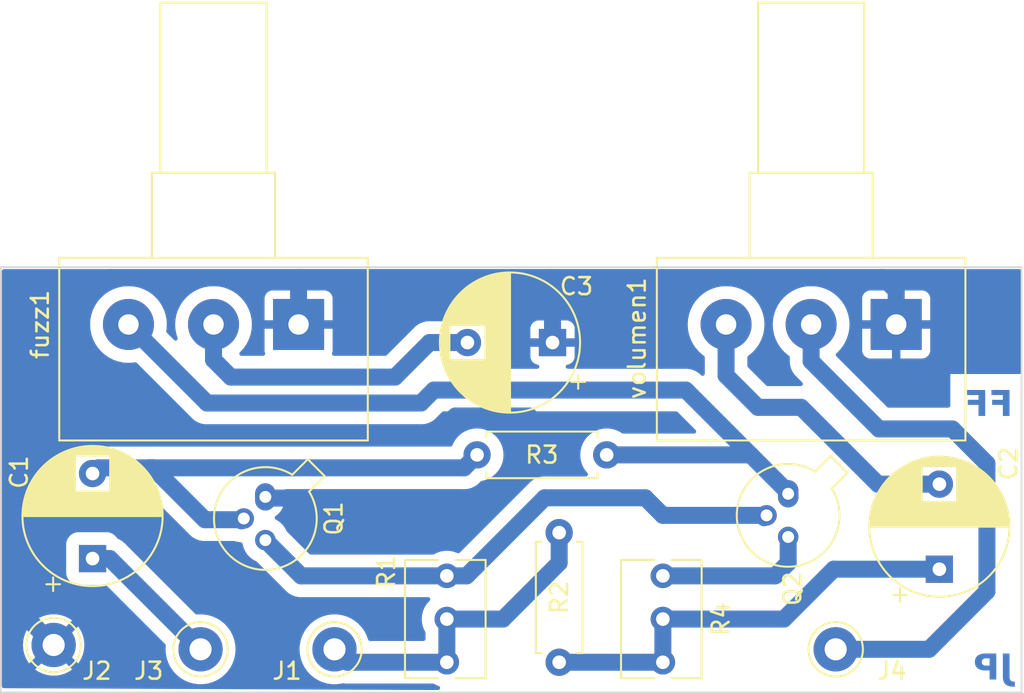
<source format=kicad_pcb>
(kicad_pcb (version 20221018) (generator pcbnew)
  (layers (0 "F.Cu" signal) (31 "B.Cu" signal) (34 "B.Paste" user) (35 "F.Paste" user) (36 "B.SilkS" user "B.Silkscreen") (37 "F.SilkS" user "F.Silkscreen") (38 "B.Mask" user) (39 "F.Mask" user) (44 "Edge.Cuts" user))
  (net 0 "")
  (net 1 "Net-(J3-Pin_1)")
  (net 2 "Net-(Q1-B)")
  (net 3 "Net-(C2-Pad1)")
  (net 4 "Net-(C2-Pad2)")
  (net 5 "GND")
  (net 6 "Net-(C3-Pad2)")
  (net 7 "Net-(Q2-E)")
  (net 8 "Net-(J1-Pin_1)")
  (net 9 "Net-(J4-Pin_1)")
  (net 10 "Net-(Q1-C)")
  (net 11 "Net-(Q2-C)")
  (footprint "Connector_Pin:Pin_D1.3mm_L11.0mm" (layer "F.Cu") (at 180.34 86.868)
    (fp_text reference "J3" (at -3.048 1.27) (layer "F.SilkS"))
    (fp_text value "in")
    (pad "1" thru_hole circle (at 0 0) (size 2.6 2.6) (drill 1.3) (layers "*.Cu" "*.Mask") (net 1 "Net-(J3-Pin_1)"))
  )
  (footprint "Package_TO_SOT_THT:TO-18-3" (layer "F.Cu") (at 214.884 77.724 -90)
    (fp_text reference "Q2" (at 5.588 -0.254 90) (layer "F.SilkS"))
    (fp_text value "BC108")
    (pad "1" thru_hole oval (at 0 0 270) (size 1.6 1.2) (drill 0.7) (layers "*.Cu" "*.Mask") (net 7 "Net-(Q2-E)"))
    (pad "2" thru_hole oval (at 1.27 1.27 270) (size 1.2 1.2) (drill 0.7) (layers "*.Cu" "*.Mask") (net 10 "Net-(Q1-C)"))
    (pad "3" thru_hole oval (at 2.54 0 270) (size 1.2 1.2) (drill 0.7) (layers "*.Cu" "*.Mask") (net 11 "Net-(Q2-C)"))
  )
  (footprint "Package_TO_SOT_THT:TO-18-3" (layer "F.Cu") (at 184.15 77.908724 -90)
    (fp_text reference "Q1" (at 1.27 -4.02 90) (layer "F.SilkS"))
    (fp_text value "BC108")
    (pad "1" thru_hole oval (at 0 0 270) (size 1.6 1.2) (drill 0.7) (layers "*.Cu" "*.Mask") (net 5 "GND"))
    (pad "2" thru_hole oval (at 1.27 1.27 270) (size 1.2 1.2) (drill 0.7) (layers "*.Cu" "*.Mask") (net 2 "Net-(Q1-B)"))
    (pad "3" thru_hole oval (at 2.54 0 270) (size 1.2 1.2) (drill 0.7) (layers "*.Cu" "*.Mask") (net 10 "Net-(Q1-C)"))
  )
  (footprint "Resistor_THT:R_Axial_DIN0207_L6.3mm_D2.5mm_P7.62mm_Horizontal" (layer "F.Cu") (at 196.596 75.438)
    (fp_text reference "R3" (at 3.81 0) (layer "F.SilkS"))
    (fp_text value "100k")
    (pad "1" thru_hole circle (at 0 0) (size 1.6 1.6) (drill 0.8) (layers "*.Cu" "*.Mask") (net 2 "Net-(Q1-B)"))
    (pad "2" thru_hole oval (at 7.62 0) (size 1.6 1.6) (drill 0.8) (layers "*.Cu" "*.Mask") (net 7 "Net-(Q2-E)"))
  )
  (footprint "Connector_Pin:Pin_D1.3mm_L11.0mm" (layer "F.Cu") (at 171.704 86.614)
    (fp_text reference "J2" (at 2.54 1.524) (layer "F.SilkS"))
    (fp_text value "v2")
    (pad "1" thru_hole circle (at 0 0) (size 2.6 2.6) (drill 1.3) (layers "*.Cu" "*.Mask") (net 5 "GND"))
  )
  (footprint "Potentiometer_THT:Potentiometer_Alps_RK163_Single_Horizontal" (layer "F.Cu") (at 221.234 67.772 -90)
    (fp_text reference "volumen1" (at 0.808 15.24 90) (layer "F.SilkS"))
    (fp_text value "500k")
    (pad "1" thru_hole rect (at 0 0 90) (size 3 3) (drill 1.2) (layers "*.Cu" "*.Mask") (net 5 "GND"))
    (pad "2" thru_hole circle (at 0 5 90) (size 3 3) (drill 1.2) (layers "*.Cu" "*.Mask") (net 9 "Net-(J4-Pin_1)"))
    (pad "3" thru_hole circle (at 0 10 90) (size 3 3) (drill 1.2) (layers "*.Cu" "*.Mask") (net 4 "Net-(C2-Pad2)"))
  )
  (footprint "Capacitor_THT:CP_Radial_D8.0mm_P5.00mm" (layer "F.Cu") (at 173.99 81.534 90)
    (fp_text reference "C1" (at 5.08 -4.318 90) (layer "F.SilkS"))
    (fp_text value "2.2uF")
    (pad "1" thru_hole rect (at 0 0 90) (size 1.6 1.6) (drill 0.8) (layers "*.Cu" "*.Mask") (net 1 "Net-(J3-Pin_1)"))
    (pad "2" thru_hole circle (at 5 0 90) (size 1.6 1.6) (drill 0.8) (layers "*.Cu" "*.Mask") (net 2 "Net-(Q1-B)"))
  )
  (footprint "Connector_Pin:Pin_D1.3mm_L11.0mm" (layer "F.Cu") (at 217.678 86.868)
    (fp_text reference "J4" (at 3.302 1.27) (layer "F.SilkS"))
    (fp_text value "out")
    (pad "1" thru_hole circle (at 0 0) (size 2.6 2.6) (drill 1.3) (layers "*.Cu" "*.Mask") (net 9 "Net-(J4-Pin_1)"))
  )
  (footprint "Potentiometer_THT:Potentiometer_Bourns_3266Y_Vertical" (layer "F.Cu") (at 194.818 87.63 -90)
    (fp_text reference "R1" (at -5.334 3.556 90) (layer "F.SilkS"))
    (fp_text value "33k")
    (pad "1" thru_hole circle (at 0 0 270) (size 1.44 1.44) (drill 0.8) (layers "*.Cu" "*.Mask") (net 8 "Net-(J1-Pin_1)"))
    (pad "2" thru_hole circle (at -2.54 0 270) (size 1.44 1.44) (drill 0.8) (layers "*.Cu" "*.Mask") (net 8 "Net-(J1-Pin_1)"))
    (pad "3" thru_hole circle (at -5.08 0 270) (size 1.44 1.44) (drill 0.8) (layers "*.Cu" "*.Mask") (net 10 "Net-(Q1-C)"))
  )
  (footprint "Potentiometer_THT:Potentiometer_Bourns_3266Y_Vertical" (layer "F.Cu") (at 207.518 87.63 -90)
    (fp_text reference "R4" (at -2.54 -3.41 90) (layer "F.SilkS"))
    (fp_text value "8k2")
    (pad "1" thru_hole circle (at 0 0 270) (size 1.44 1.44) (drill 0.8) (layers "*.Cu" "*.Mask") (net 3 "Net-(C2-Pad1)"))
    (pad "2" thru_hole circle (at -2.54 0 270) (size 1.44 1.44) (drill 0.8) (layers "*.Cu" "*.Mask") (net 3 "Net-(C2-Pad1)"))
    (pad "3" thru_hole circle (at -5.08 0 270) (size 1.44 1.44) (drill 0.8) (layers "*.Cu" "*.Mask") (net 11 "Net-(Q2-C)"))
  )
  (footprint "Capacitor_THT:CP_Radial_D8.0mm_P5.00mm" (layer "F.Cu") (at 201.030651 68.834 180)
    (fp_text reference "C3" (at -1.407349 3.302) (layer "F.SilkS"))
    (fp_text value "20uF")
    (pad "1" thru_hole rect (at 0 0 180) (size 1.6 1.6) (drill 0.8) (layers "*.Cu" "*.Mask") (net 5 "GND"))
    (pad "2" thru_hole circle (at 5 0 180) (size 1.6 1.6) (drill 0.8) (layers "*.Cu" "*.Mask") (net 6 "Net-(C3-Pad2)"))
  )
  (footprint "Connector_Pin:Pin_D1.3mm_L11.0mm" (layer "F.Cu") (at 188.214 86.868)
    (fp_text reference "J1" (at -2.794 1.27) (layer "F.SilkS"))
    (fp_text value "v1")
    (pad "1" thru_hole circle (at 0 0) (size 2.6 2.6) (drill 1.3) (layers "*.Cu" "*.Mask") (net 8 "Net-(J1-Pin_1)"))
  )
  (footprint "Resistor_THT:R_Axial_DIN0207_L6.3mm_D2.5mm_P7.62mm_Horizontal" (layer "F.Cu") (at 201.422 80.01 -90)
    (fp_text reference "R2" (at 3.81 0 90) (layer "F.SilkS"))
    (fp_text value "470*")
    (pad "1" thru_hole circle (at 0 0 270) (size 1.6 1.6) (drill 0.8) (layers "*.Cu" "*.Mask") (net 8 "Net-(J1-Pin_1)"))
    (pad "2" thru_hole oval (at 7.62 0 270) (size 1.6 1.6) (drill 0.8) (layers "*.Cu" "*.Mask") (net 3 "Net-(C2-Pad1)"))
  )
  (footprint "Potentiometer_THT:Potentiometer_Alps_RK163_Single_Horizontal" (layer "F.Cu") (at 186.102 67.772 -90)
    (fp_text reference "fuzz1" (at 0 15.2 90) (layer "F.SilkS"))
    (fp_text value "1k")
    (pad "1" thru_hole rect (at 0 0 90) (size 3 3) (drill 1.2) (layers "*.Cu" "*.Mask") (net 5 "GND"))
    (pad "2" thru_hole circle (at 0 5 90) (size 3 3) (drill 1.2) (layers "*.Cu" "*.Mask") (net 6 "Net-(C3-Pad2)"))
    (pad "3" thru_hole circle (at 0 10 90) (size 3 3) (drill 1.2) (layers "*.Cu" "*.Mask") (net 7 "Net-(Q2-E)"))
  )
  (footprint "Capacitor_THT:CP_Radial_D8.0mm_P5.00mm" (layer "F.Cu") (at 223.774 82.158651 90)
    (fp_text reference "C2" (at 6.212651 4.064 90) (layer "F.SilkS"))
    (fp_text value "0.1uF")
    (pad "1" thru_hole rect (at 0 0 90) (size 1.6 1.6) (drill 0.8) (layers "*.Cu" "*.Mask") (net 3 "Net-(C2-Pad1)"))
    (pad "2" thru_hole circle (at 5 0 90) (size 1.6 1.6) (drill 0.8) (layers "*.Cu" "*.Mask") (net 4 "Net-(C2-Pad2)"))
  )
  (gr_rect (start 168.6 64.408) (end 228.6 89.408) (stroke (width 0.1)) (fill none) (layer "Edge.Cuts"))
  (gr_text "FF" (at 228.092 73.406) (layer "B.Cu") (effects (font (size 1.5 1.5) (thickness 0.3) bold) (justify left bottom mirror)))
  (gr_text "JP" (at 228.092 88.9) (layer "B.Cu") (effects (font (size 1.5 1.5) (thickness 0.3) bold) (justify left bottom mirror)))
  (segment (start 173.99 81.534) (end 175.006 81.534) (width 1) (layer "B.Cu") (net 1))
  (segment (start 175.006 81.534) (end 180.34 86.868) (width 1) (layer "B.Cu") (net 1))
  (segment (start 195.834 76.2) (end 177.292 76.2) (width 1) (layer "B.Cu") (net 2))
  (segment (start 196.596 75.438) (end 195.834 76.2) (width 1) (layer "B.Cu") (net 2))
  (segment (start 177.292 76.2) (end 174.324 76.2) (width 1) (layer "B.Cu") (net 2))
  (segment (start 182.672981 79.248) (end 180.594 79.248) (width 1) (layer "B.Cu") (net 2))
  (segment (start 182.741853 79.316872) (end 182.672981 79.248) (width 1) (layer "B.Cu") (net 2))
  (segment (start 177.546 76.2) (end 177.292 76.2) (width 1) (layer "B.Cu") (net 2))
  (segment (start 174.324 76.2) (end 173.99 76.534) (width 1) (layer "B.Cu") (net 2))
  (segment (start 180.594 79.248) (end 177.546 76.2) (width 1) (layer "B.Cu") (net 2))
  (segment (start 217.561349 82.158651) (end 214.63 85.09) (width 1) (layer "B.Cu") (net 3))
  (segment (start 223.774 82.158651) (end 217.561349 82.158651) (width 1) (layer "B.Cu") (net 3))
  (segment (start 214.63 85.09) (end 207.518 85.09) (width 1) (layer "B.Cu") (net 3))
  (segment (start 207.518 87.63) (end 201.422 87.63) (width 1) (layer "B.Cu") (net 3))
  (segment (start 207.518 85.09) (end 207.518 87.63) (width 1) (layer "B.Cu") (net 3))
  (segment (start 220.160651 77.158651) (end 215.646 72.644) (width 1) (layer "B.Cu") (net 4))
  (segment (start 215.646 72.644) (end 213.106 72.644) (width 1) (layer "B.Cu") (net 4))
  (segment (start 223.774 77.158651) (end 220.160651 77.158651) (width 1) (layer "B.Cu") (net 4))
  (segment (start 211.234 70.772) (end 211.234 67.772) (width 1) (layer "B.Cu") (net 4))
  (segment (start 213.106 72.644) (end 211.234 70.772) (width 1) (layer "B.Cu") (net 4))
  (segment (start 200.66 74.168) (end 200.66 74.422) (width 1) (layer "B.Cu") (net 5))
  (segment (start 174.962912 65.022) (end 186.182 65.022) (width 1) (layer "B.Cu") (net 5))
  (segment (start 201.030651 68.834) (end 201.030651 65.138651) (width 1) (layer "B.Cu") (net 5))
  (segment (start 170.18 69.804912) (end 174.962912 65.022) (width 1) (layer "B.Cu") (net 5))
  (segment (start 195.326 73.152) (end 199.644 73.152) (width 1) (layer "B.Cu") (net 5))
  (segment (start 187.96 79.248) (end 186.69 77.978) (width 1) (layer "B.Cu") (net 5))
  (segment (start 186.102 65.102) (end 186.182 65.022) (width 1) (layer "B.Cu") (net 5))
  (segment (start 220.47 65.022) (end 221.234 65.786) (width 1) (layer "B.Cu") (net 5))
  (segment (start 170.18 73.66) (end 170.66 74.14) (width 1) (layer "B.Cu") (net 5))
  (segment (start 201.030651 65.138651) (end 200.914 65.022) (width 1) (layer "B.Cu") (net 5))
  (segment (start 200.66 74.422) (end 200.66 74.93) (width 1) (layer "B.Cu") (net 5))
  (segment (start 196.342 79.248) (end 191.262 79.248) (width 1) (layer "B.Cu") (net 5))
  (segment (start 184.295572 77.978) (end 184.188148 77.870576) (width 1) (layer "B.Cu") (net 5))
  (segment (start 191.262 79.248) (end 187.96 79.248) (width 1) (layer "B.Cu") (net 5))
  (segment (start 194.338 74.14) (end 195.326 73.152) (width 1) (layer "B.Cu") (net 5))
  (segment (start 170.66 74.14) (end 194.338 74.14) (width 1) (layer "B.Cu") (net 5))
  (segment (start 186.102 67.772) (end 186.102 65.102) (width 1) (layer "B.Cu") (net 5))
  (segment (start 221.234 65.786) (end 221.234 67.772) (width 1) (layer "B.Cu") (net 5))
  (segment (start 186.69 77.978) (end 184.295572 77.978) (width 1) (layer "B.Cu") (net 5))
  (segment (start 200.914 65.022) (end 220.47 65.022) (width 1) (layer "B.Cu") (net 5))
  (segment (start 199.644 73.152) (end 200.66 74.168) (width 1) (layer "B.Cu") (net 5))
  (segment (start 170.18 73.66) (end 170.18 69.804912) (width 1) (layer "B.Cu") (net 5))
  (segment (start 186.182 65.022) (end 200.914 65.022) (width 1) (layer "B.Cu") (net 5))
  (segment (start 170.18 85.09) (end 170.18 73.66) (width 1) (layer "B.Cu") (net 5))
  (segment (start 200.66 74.93) (end 196.342 79.248) (width 1) (layer "B.Cu") (net 5))
  (segment (start 171.704 86.614) (end 170.18 85.09) (width 1) (layer "B.Cu") (net 5))
  (segment (start 181.102 69.85) (end 182.118 70.866) (width 1) (layer "B.Cu") (net 6))
  (segment (start 191.77 70.866) (end 193.802 68.834) (width 1) (layer "B.Cu") (net 6))
  (segment (start 193.802 68.834) (end 196.030651 68.834) (width 1) (layer "B.Cu") (net 6))
  (segment (start 182.118 70.866) (end 191.77 70.866) (width 1) (layer "B.Cu") (net 6))
  (segment (start 181.102 67.772) (end 181.102 69.85) (width 1) (layer "B.Cu") (net 6))
  (segment (start 176.102 67.772) (end 180.72 72.39) (width 1) (layer "B.Cu") (net 7))
  (segment (start 212.674296 75.438) (end 214.922148 77.685852) (width 1) (layer "B.Cu") (net 7))
  (segment (start 193.294 72.39) (end 194.056 71.628) (width 1) (layer "B.Cu") (net 7))
  (segment (start 194.056 71.628) (end 208.864296 71.628) (width 1) (layer "B.Cu") (net 7))
  (segment (start 180.72 72.39) (end 193.294 72.39) (width 1) (layer "B.Cu") (net 7))
  (segment (start 208.864296 71.628) (end 212.674296 75.438) (width 1) (layer "B.Cu") (net 7))
  (segment (start 212.674296 75.438) (end 204.216 75.438) (width 1) (layer "B.Cu") (net 7))
  (segment (start 194.818 87.63) (end 188.976 87.63) (width 1) (layer "B.Cu") (net 8))
  (segment (start 198.12 85.09) (end 194.818 85.09) (width 1) (layer "B.Cu") (net 8))
  (segment (start 201.422 81.788) (end 198.12 85.09) (width 1) (layer "B.Cu") (net 8))
  (segment (start 194.818 85.09) (end 194.818 87.63) (width 1) (layer "B.Cu") (net 8))
  (segment (start 188.976 87.63) (end 188.214 86.868) (width 1) (layer "B.Cu") (net 8))
  (segment (start 201.422 80.01) (end 201.422 81.788) (width 1) (layer "B.Cu") (net 8))
  (segment (start 226.568 83.464651) (end 223.164651 86.868) (width 1) (layer "B.Cu") (net 9))
  (segment (start 224.536 73.914) (end 226.568 75.946) (width 1) (layer "B.Cu") (net 9))
  (segment (start 216.234 69.93) (end 220.218 73.914) (width 1) (layer "B.Cu") (net 9))
  (segment (start 223.164651 86.868) (end 217.678 86.868) (width 1) (layer "B.Cu") (net 9))
  (segment (start 220.218 73.914) (end 224.536 73.914) (width 1) (layer "B.Cu") (net 9))
  (segment (start 226.568 75.946) (end 226.568 83.464651) (width 1) (layer "B.Cu") (net 9))
  (segment (start 216.234 67.772) (end 216.234 69.93) (width 1) (layer "B.Cu") (net 9))
  (segment (start 186.251276 82.55) (end 184.188148 80.486872) (width 1) (layer "B.Cu") (net 10))
  (segment (start 213.337705 78.994) (end 213.475853 79.132148) (width 1) (layer "B.Cu") (net 10))
  (segment (start 200.572862 77.96) (end 195.982862 82.55) (width 1) (layer "B.Cu") (net 10))
  (segment (start 195.982862 82.55) (end 194.818 82.55) (width 1) (layer "B.Cu") (net 10))
  (segment (start 194.818 82.55) (end 186.251276 82.55) (width 1) (layer "B.Cu") (net 10))
  (segment (start 206.484 77.96) (end 207.518 78.994) (width 1) (layer "B.Cu") (net 10))
  (segment (start 200.572862 77.96) (end 206.484 77.96) (width 1) (layer "B.Cu") (net 10))
  (segment (start 207.518 78.994) (end 213.337705 78.994) (width 1) (layer "B.Cu") (net 10))
  (segment (start 214.122 82.55) (end 214.884 81.788) (width 1) (layer "B.Cu") (net 11))
  (segment (start 207.518 82.55) (end 214.122 82.55) (width 1) (layer "B.Cu") (net 11))
  (segment (start 214.884 80.340296) (end 214.922148 80.302148) (width 1) (layer "B.Cu") (net 11))
  (segment (start 214.884 81.788) (end 214.884 80.340296) (width 1) (layer "B.Cu") (net 11))
  (zone (net 5) (net_name "GND") (layer "B.Cu") (connect_pads (clearance 0.75)) (min_thickness 0.25) (fill yes (thermal_gap 0.5) (thermal_bridge_width 0.5))
    (polygon (pts (xy 168.656 64.516) (xy 228.6 64.516) (xy 228.6 89.408) (xy 168.656 89.154)))
  )
)
</source>
